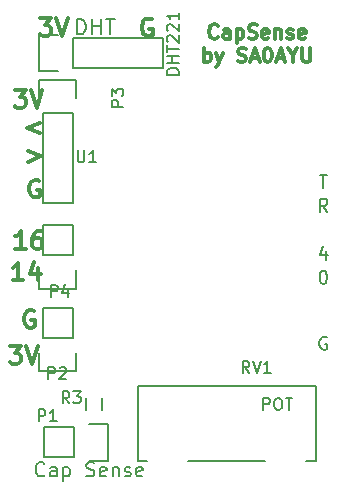
<source format=gbr>
G04 #@! TF.FileFunction,Legend,Top*
%FSLAX46Y46*%
G04 Gerber Fmt 4.6, Leading zero omitted, Abs format (unit mm)*
G04 Created by KiCad (PCBNEW 4.0.2-4+6225~38~ubuntu14.04.1-stable) date Thu 31 Mar 2016 02:11:22 CEST*
%MOMM*%
G01*
G04 APERTURE LIST*
%ADD10C,0.100000*%
%ADD11C,0.200000*%
%ADD12C,0.300000*%
%ADD13C,0.150000*%
G04 APERTURE END LIST*
D10*
D11*
X83092095Y-67903000D02*
X82987333Y-67850619D01*
X82830190Y-67850619D01*
X82673048Y-67903000D01*
X82568286Y-68007762D01*
X82515905Y-68112524D01*
X82463524Y-68322048D01*
X82463524Y-68479190D01*
X82515905Y-68688714D01*
X82568286Y-68793476D01*
X82673048Y-68898238D01*
X82830190Y-68950619D01*
X82934952Y-68950619D01*
X83092095Y-68898238D01*
X83144476Y-68845857D01*
X83144476Y-68479190D01*
X82934952Y-68479190D01*
X82751620Y-62262619D02*
X82856381Y-62262619D01*
X82961143Y-62315000D01*
X83013524Y-62367381D01*
X83065905Y-62472143D01*
X83118286Y-62681667D01*
X83118286Y-62943571D01*
X83065905Y-63153095D01*
X83013524Y-63257857D01*
X82961143Y-63310238D01*
X82856381Y-63362619D01*
X82751620Y-63362619D01*
X82646858Y-63310238D01*
X82594477Y-63257857D01*
X82542096Y-63153095D01*
X82489715Y-62943571D01*
X82489715Y-62681667D01*
X82542096Y-62472143D01*
X82594477Y-62367381D01*
X82646858Y-62315000D01*
X82751620Y-62262619D01*
X83013524Y-60597286D02*
X83013524Y-61330619D01*
X82751620Y-60178238D02*
X82489715Y-60963952D01*
X83170667Y-60963952D01*
X83144476Y-57266619D02*
X82777810Y-56742810D01*
X82515905Y-57266619D02*
X82515905Y-56166619D01*
X82934952Y-56166619D01*
X83039714Y-56219000D01*
X83092095Y-56271381D01*
X83144476Y-56376143D01*
X83144476Y-56533286D01*
X83092095Y-56638048D01*
X83039714Y-56690429D01*
X82934952Y-56742810D01*
X82515905Y-56742810D01*
X82489715Y-54134619D02*
X83118286Y-54134619D01*
X82804001Y-55234619D02*
X82804001Y-54134619D01*
D12*
X73873144Y-42491571D02*
X73816001Y-42548714D01*
X73644572Y-42605857D01*
X73530286Y-42605857D01*
X73358858Y-42548714D01*
X73244572Y-42434429D01*
X73187429Y-42320143D01*
X73130286Y-42091571D01*
X73130286Y-41920143D01*
X73187429Y-41691571D01*
X73244572Y-41577286D01*
X73358858Y-41463000D01*
X73530286Y-41405857D01*
X73644572Y-41405857D01*
X73816001Y-41463000D01*
X73873144Y-41520143D01*
X74901715Y-42605857D02*
X74901715Y-41977286D01*
X74844572Y-41863000D01*
X74730286Y-41805857D01*
X74501715Y-41805857D01*
X74387429Y-41863000D01*
X74901715Y-42548714D02*
X74787429Y-42605857D01*
X74501715Y-42605857D01*
X74387429Y-42548714D01*
X74330286Y-42434429D01*
X74330286Y-42320143D01*
X74387429Y-42205857D01*
X74501715Y-42148714D01*
X74787429Y-42148714D01*
X74901715Y-42091571D01*
X75473143Y-41805857D02*
X75473143Y-43005857D01*
X75473143Y-41863000D02*
X75587429Y-41805857D01*
X75816000Y-41805857D01*
X75930286Y-41863000D01*
X75987429Y-41920143D01*
X76044572Y-42034429D01*
X76044572Y-42377286D01*
X75987429Y-42491571D01*
X75930286Y-42548714D01*
X75816000Y-42605857D01*
X75587429Y-42605857D01*
X75473143Y-42548714D01*
X76501714Y-42548714D02*
X76673143Y-42605857D01*
X76958857Y-42605857D01*
X77073143Y-42548714D01*
X77130286Y-42491571D01*
X77187429Y-42377286D01*
X77187429Y-42263000D01*
X77130286Y-42148714D01*
X77073143Y-42091571D01*
X76958857Y-42034429D01*
X76730286Y-41977286D01*
X76616000Y-41920143D01*
X76558857Y-41863000D01*
X76501714Y-41748714D01*
X76501714Y-41634429D01*
X76558857Y-41520143D01*
X76616000Y-41463000D01*
X76730286Y-41405857D01*
X77016000Y-41405857D01*
X77187429Y-41463000D01*
X78158857Y-42548714D02*
X78044571Y-42605857D01*
X77816000Y-42605857D01*
X77701714Y-42548714D01*
X77644571Y-42434429D01*
X77644571Y-41977286D01*
X77701714Y-41863000D01*
X77816000Y-41805857D01*
X78044571Y-41805857D01*
X78158857Y-41863000D01*
X78216000Y-41977286D01*
X78216000Y-42091571D01*
X77644571Y-42205857D01*
X78730285Y-41805857D02*
X78730285Y-42605857D01*
X78730285Y-41920143D02*
X78787428Y-41863000D01*
X78901714Y-41805857D01*
X79073142Y-41805857D01*
X79187428Y-41863000D01*
X79244571Y-41977286D01*
X79244571Y-42605857D01*
X79758856Y-42548714D02*
X79873142Y-42605857D01*
X80101714Y-42605857D01*
X80215999Y-42548714D01*
X80273142Y-42434429D01*
X80273142Y-42377286D01*
X80215999Y-42263000D01*
X80101714Y-42205857D01*
X79930285Y-42205857D01*
X79815999Y-42148714D01*
X79758856Y-42034429D01*
X79758856Y-41977286D01*
X79815999Y-41863000D01*
X79930285Y-41805857D01*
X80101714Y-41805857D01*
X80215999Y-41863000D01*
X81244571Y-42548714D02*
X81130285Y-42605857D01*
X80901714Y-42605857D01*
X80787428Y-42548714D01*
X80730285Y-42434429D01*
X80730285Y-41977286D01*
X80787428Y-41863000D01*
X80901714Y-41805857D01*
X81130285Y-41805857D01*
X81244571Y-41863000D01*
X81301714Y-41977286D01*
X81301714Y-42091571D01*
X80730285Y-42205857D01*
X72730286Y-44585857D02*
X72730286Y-43385857D01*
X72730286Y-43843000D02*
X72844572Y-43785857D01*
X73073143Y-43785857D01*
X73187429Y-43843000D01*
X73244572Y-43900143D01*
X73301715Y-44014429D01*
X73301715Y-44357286D01*
X73244572Y-44471571D01*
X73187429Y-44528714D01*
X73073143Y-44585857D01*
X72844572Y-44585857D01*
X72730286Y-44528714D01*
X73701715Y-43785857D02*
X73987429Y-44585857D01*
X74273143Y-43785857D02*
X73987429Y-44585857D01*
X73873143Y-44871571D01*
X73816000Y-44928714D01*
X73701715Y-44985857D01*
X75587429Y-44528714D02*
X75758858Y-44585857D01*
X76044572Y-44585857D01*
X76158858Y-44528714D01*
X76216001Y-44471571D01*
X76273144Y-44357286D01*
X76273144Y-44243000D01*
X76216001Y-44128714D01*
X76158858Y-44071571D01*
X76044572Y-44014429D01*
X75816001Y-43957286D01*
X75701715Y-43900143D01*
X75644572Y-43843000D01*
X75587429Y-43728714D01*
X75587429Y-43614429D01*
X75644572Y-43500143D01*
X75701715Y-43443000D01*
X75816001Y-43385857D01*
X76101715Y-43385857D01*
X76273144Y-43443000D01*
X76730286Y-44243000D02*
X77301715Y-44243000D01*
X76616001Y-44585857D02*
X77016001Y-43385857D01*
X77416001Y-44585857D01*
X78044572Y-43385857D02*
X78158857Y-43385857D01*
X78273143Y-43443000D01*
X78330286Y-43500143D01*
X78387429Y-43614429D01*
X78444572Y-43843000D01*
X78444572Y-44128714D01*
X78387429Y-44357286D01*
X78330286Y-44471571D01*
X78273143Y-44528714D01*
X78158857Y-44585857D01*
X78044572Y-44585857D01*
X77930286Y-44528714D01*
X77873143Y-44471571D01*
X77816000Y-44357286D01*
X77758857Y-44128714D01*
X77758857Y-43843000D01*
X77816000Y-43614429D01*
X77873143Y-43500143D01*
X77930286Y-43443000D01*
X78044572Y-43385857D01*
X78901714Y-44243000D02*
X79473143Y-44243000D01*
X78787429Y-44585857D02*
X79187429Y-43385857D01*
X79587429Y-44585857D01*
X80216000Y-44014429D02*
X80216000Y-44585857D01*
X79816000Y-43385857D02*
X80216000Y-44014429D01*
X80616000Y-43385857D01*
X81015999Y-43385857D02*
X81015999Y-44357286D01*
X81073142Y-44471571D01*
X81130285Y-44528714D01*
X81244571Y-44585857D01*
X81473142Y-44585857D01*
X81587428Y-44528714D01*
X81644571Y-44471571D01*
X81701714Y-44357286D01*
X81701714Y-43385857D01*
D11*
X59192001Y-79549571D02*
X59134858Y-79606714D01*
X58963429Y-79663857D01*
X58849143Y-79663857D01*
X58677715Y-79606714D01*
X58563429Y-79492429D01*
X58506286Y-79378143D01*
X58449143Y-79149571D01*
X58449143Y-78978143D01*
X58506286Y-78749571D01*
X58563429Y-78635286D01*
X58677715Y-78521000D01*
X58849143Y-78463857D01*
X58963429Y-78463857D01*
X59134858Y-78521000D01*
X59192001Y-78578143D01*
X60220572Y-79663857D02*
X60220572Y-79035286D01*
X60163429Y-78921000D01*
X60049143Y-78863857D01*
X59820572Y-78863857D01*
X59706286Y-78921000D01*
X60220572Y-79606714D02*
X60106286Y-79663857D01*
X59820572Y-79663857D01*
X59706286Y-79606714D01*
X59649143Y-79492429D01*
X59649143Y-79378143D01*
X59706286Y-79263857D01*
X59820572Y-79206714D01*
X60106286Y-79206714D01*
X60220572Y-79149571D01*
X60792000Y-78863857D02*
X60792000Y-80063857D01*
X60792000Y-78921000D02*
X60906286Y-78863857D01*
X61134857Y-78863857D01*
X61249143Y-78921000D01*
X61306286Y-78978143D01*
X61363429Y-79092429D01*
X61363429Y-79435286D01*
X61306286Y-79549571D01*
X61249143Y-79606714D01*
X61134857Y-79663857D01*
X60906286Y-79663857D01*
X60792000Y-79606714D01*
X62734857Y-79606714D02*
X62906286Y-79663857D01*
X63192000Y-79663857D01*
X63306286Y-79606714D01*
X63363429Y-79549571D01*
X63420572Y-79435286D01*
X63420572Y-79321000D01*
X63363429Y-79206714D01*
X63306286Y-79149571D01*
X63192000Y-79092429D01*
X62963429Y-79035286D01*
X62849143Y-78978143D01*
X62792000Y-78921000D01*
X62734857Y-78806714D01*
X62734857Y-78692429D01*
X62792000Y-78578143D01*
X62849143Y-78521000D01*
X62963429Y-78463857D01*
X63249143Y-78463857D01*
X63420572Y-78521000D01*
X64392000Y-79606714D02*
X64277714Y-79663857D01*
X64049143Y-79663857D01*
X63934857Y-79606714D01*
X63877714Y-79492429D01*
X63877714Y-79035286D01*
X63934857Y-78921000D01*
X64049143Y-78863857D01*
X64277714Y-78863857D01*
X64392000Y-78921000D01*
X64449143Y-79035286D01*
X64449143Y-79149571D01*
X63877714Y-79263857D01*
X64963428Y-78863857D02*
X64963428Y-79663857D01*
X64963428Y-78978143D02*
X65020571Y-78921000D01*
X65134857Y-78863857D01*
X65306285Y-78863857D01*
X65420571Y-78921000D01*
X65477714Y-79035286D01*
X65477714Y-79663857D01*
X65991999Y-79606714D02*
X66106285Y-79663857D01*
X66334857Y-79663857D01*
X66449142Y-79606714D01*
X66506285Y-79492429D01*
X66506285Y-79435286D01*
X66449142Y-79321000D01*
X66334857Y-79263857D01*
X66163428Y-79263857D01*
X66049142Y-79206714D01*
X65991999Y-79092429D01*
X65991999Y-79035286D01*
X66049142Y-78921000D01*
X66163428Y-78863857D01*
X66334857Y-78863857D01*
X66449142Y-78921000D01*
X67477714Y-79606714D02*
X67363428Y-79663857D01*
X67134857Y-79663857D01*
X67020571Y-79606714D01*
X66963428Y-79492429D01*
X66963428Y-79035286D01*
X67020571Y-78921000D01*
X67134857Y-78863857D01*
X67363428Y-78863857D01*
X67477714Y-78921000D01*
X67534857Y-79035286D01*
X67534857Y-79149571D01*
X66963428Y-79263857D01*
D12*
X58304857Y-65671000D02*
X58162000Y-65599571D01*
X57947714Y-65599571D01*
X57733429Y-65671000D01*
X57590571Y-65813857D01*
X57519143Y-65956714D01*
X57447714Y-66242429D01*
X57447714Y-66456714D01*
X57519143Y-66742429D01*
X57590571Y-66885286D01*
X57733429Y-67028143D01*
X57947714Y-67099571D01*
X58090571Y-67099571D01*
X58304857Y-67028143D01*
X58376286Y-66956714D01*
X58376286Y-66456714D01*
X58090571Y-66456714D01*
X56261144Y-68647571D02*
X57189715Y-68647571D01*
X56689715Y-69219000D01*
X56904001Y-69219000D01*
X57046858Y-69290429D01*
X57118287Y-69361857D01*
X57189715Y-69504714D01*
X57189715Y-69861857D01*
X57118287Y-70004714D01*
X57046858Y-70076143D01*
X56904001Y-70147571D01*
X56475429Y-70147571D01*
X56332572Y-70076143D01*
X56261144Y-70004714D01*
X57618286Y-68647571D02*
X58118286Y-70147571D01*
X58618286Y-68647571D01*
X57372286Y-63060971D02*
X56515143Y-63060971D01*
X56943715Y-63060971D02*
X56943715Y-61560971D01*
X56800858Y-61775257D01*
X56658000Y-61918114D01*
X56515143Y-61989543D01*
X58658000Y-62060971D02*
X58658000Y-63060971D01*
X58300857Y-61489543D02*
X57943714Y-62560971D01*
X58872286Y-62560971D01*
X57600886Y-60419371D02*
X56743743Y-60419371D01*
X57172315Y-60419371D02*
X57172315Y-58919371D01*
X57029458Y-59133657D01*
X56886600Y-59276514D01*
X56743743Y-59347943D01*
X58886600Y-58919371D02*
X58600886Y-58919371D01*
X58458029Y-58990800D01*
X58386600Y-59062229D01*
X58243743Y-59276514D01*
X58172314Y-59562229D01*
X58172314Y-60133657D01*
X58243743Y-60276514D01*
X58315171Y-60347943D01*
X58458029Y-60419371D01*
X58743743Y-60419371D01*
X58886600Y-60347943D01*
X58958029Y-60276514D01*
X59029457Y-60133657D01*
X59029457Y-59776514D01*
X58958029Y-59633657D01*
X58886600Y-59562229D01*
X58743743Y-59490800D01*
X58458029Y-59490800D01*
X58315171Y-59562229D01*
X58243743Y-59633657D01*
X58172314Y-59776514D01*
X58762057Y-54622000D02*
X58619200Y-54550571D01*
X58404914Y-54550571D01*
X58190629Y-54622000D01*
X58047771Y-54764857D01*
X57976343Y-54907714D01*
X57904914Y-55193429D01*
X57904914Y-55407714D01*
X57976343Y-55693429D01*
X58047771Y-55836286D01*
X58190629Y-55979143D01*
X58404914Y-56050571D01*
X58547771Y-56050571D01*
X58762057Y-55979143D01*
X58833486Y-55907714D01*
X58833486Y-55407714D01*
X58547771Y-55407714D01*
X57772372Y-52154971D02*
X58915229Y-52583543D01*
X57772372Y-53012114D01*
X58839029Y-49767371D02*
X57696172Y-50195943D01*
X58839029Y-50624514D01*
X56667544Y-46955971D02*
X57596115Y-46955971D01*
X57096115Y-47527400D01*
X57310401Y-47527400D01*
X57453258Y-47598829D01*
X57524687Y-47670257D01*
X57596115Y-47813114D01*
X57596115Y-48170257D01*
X57524687Y-48313114D01*
X57453258Y-48384543D01*
X57310401Y-48455971D01*
X56881829Y-48455971D01*
X56738972Y-48384543D01*
X56667544Y-48313114D01*
X58024686Y-46955971D02*
X58524686Y-48455971D01*
X59024686Y-46955971D01*
X58826544Y-40885371D02*
X59755115Y-40885371D01*
X59255115Y-41456800D01*
X59469401Y-41456800D01*
X59612258Y-41528229D01*
X59683687Y-41599657D01*
X59755115Y-41742514D01*
X59755115Y-42099657D01*
X59683687Y-42242514D01*
X59612258Y-42313943D01*
X59469401Y-42385371D01*
X59040829Y-42385371D01*
X58897972Y-42313943D01*
X58826544Y-42242514D01*
X60183686Y-40885371D02*
X60683686Y-42385371D01*
X61183686Y-40885371D01*
X68287057Y-40982200D02*
X68144200Y-40910771D01*
X67929914Y-40910771D01*
X67715629Y-40982200D01*
X67572771Y-41125057D01*
X67501343Y-41267914D01*
X67429914Y-41553629D01*
X67429914Y-41767914D01*
X67501343Y-42053629D01*
X67572771Y-42196486D01*
X67715629Y-42339343D01*
X67929914Y-42410771D01*
X68072771Y-42410771D01*
X68287057Y-42339343D01*
X68358486Y-42267914D01*
X68358486Y-41767914D01*
X68072771Y-41767914D01*
D11*
X61932534Y-42244095D02*
X61932534Y-40944095D01*
X62242058Y-40944095D01*
X62427772Y-41006000D01*
X62551581Y-41129810D01*
X62613486Y-41253619D01*
X62675391Y-41501238D01*
X62675391Y-41686952D01*
X62613486Y-41934571D01*
X62551581Y-42058381D01*
X62427772Y-42182190D01*
X62242058Y-42244095D01*
X61932534Y-42244095D01*
X63232534Y-42244095D02*
X63232534Y-40944095D01*
X63232534Y-41563143D02*
X63975391Y-41563143D01*
X63975391Y-42244095D02*
X63975391Y-40944095D01*
X64408725Y-40944095D02*
X65151582Y-40944095D01*
X64780153Y-42244095D02*
X64780153Y-40944095D01*
D13*
X61595000Y-45085000D02*
X69215000Y-45085000D01*
X61595000Y-42545000D02*
X69215000Y-42545000D01*
X58775000Y-42265000D02*
X60325000Y-42265000D01*
X69215000Y-45085000D02*
X69215000Y-42545000D01*
X61595000Y-42545000D02*
X61595000Y-45085000D01*
X60325000Y-45365000D02*
X58775000Y-45365000D01*
X58775000Y-45365000D02*
X58775000Y-42265000D01*
X64542000Y-75234200D02*
X62992000Y-75234200D01*
X59182000Y-75514200D02*
X61722000Y-75514200D01*
X61722000Y-75514200D02*
X61722000Y-78054200D01*
X62992000Y-78334200D02*
X64542000Y-78334200D01*
X64542000Y-78334200D02*
X64542000Y-75234200D01*
X61722000Y-78054200D02*
X59182000Y-78054200D01*
X59182000Y-78054200D02*
X59182000Y-75514200D01*
X61875000Y-70765000D02*
X61875000Y-69215000D01*
X61595000Y-65405000D02*
X61595000Y-67945000D01*
X61595000Y-67945000D02*
X59055000Y-67945000D01*
X58775000Y-69215000D02*
X58775000Y-70765000D01*
X58775000Y-70765000D02*
X61875000Y-70765000D01*
X59055000Y-67945000D02*
X59055000Y-65405000D01*
X59055000Y-65405000D02*
X61595000Y-65405000D01*
X61595000Y-48895000D02*
X61595000Y-56515000D01*
X59055000Y-48895000D02*
X59055000Y-56515000D01*
X58775000Y-46075000D02*
X58775000Y-47625000D01*
X61595000Y-56515000D02*
X59055000Y-56515000D01*
X59055000Y-48895000D02*
X61595000Y-48895000D01*
X61875000Y-47625000D02*
X61875000Y-46075000D01*
X61875000Y-46075000D02*
X58775000Y-46075000D01*
X61875000Y-63780000D02*
X61875000Y-62230000D01*
X61595000Y-58420000D02*
X61595000Y-60960000D01*
X61595000Y-60960000D02*
X59055000Y-60960000D01*
X58775000Y-62230000D02*
X58775000Y-63780000D01*
X58775000Y-63780000D02*
X61875000Y-63780000D01*
X59055000Y-60960000D02*
X59055000Y-58420000D01*
X59055000Y-58420000D02*
X61595000Y-58420000D01*
X62723400Y-74058400D02*
X62723400Y-73058400D01*
X64073400Y-73058400D02*
X64073400Y-74058400D01*
X71346060Y-78328520D02*
X77848460Y-78328520D01*
X81346040Y-78328520D02*
X82097880Y-78328520D01*
X67096640Y-78328520D02*
X67848480Y-78328520D01*
X82148680Y-78328520D02*
X82148680Y-72029320D01*
X82146140Y-72029320D02*
X67144900Y-72029320D01*
X67096640Y-72029320D02*
X67096640Y-78328520D01*
X62008095Y-52062381D02*
X62008095Y-52871905D01*
X62055714Y-52967143D01*
X62103333Y-53014762D01*
X62198571Y-53062381D01*
X62389048Y-53062381D01*
X62484286Y-53014762D01*
X62531905Y-52967143D01*
X62579524Y-52871905D01*
X62579524Y-52062381D01*
X63579524Y-53062381D02*
X63008095Y-53062381D01*
X63293809Y-53062381D02*
X63293809Y-52062381D01*
X63198571Y-52205238D01*
X63103333Y-52300476D01*
X63008095Y-52348095D01*
X70556381Y-45648238D02*
X69556381Y-45648238D01*
X69556381Y-45410143D01*
X69604000Y-45267285D01*
X69699238Y-45172047D01*
X69794476Y-45124428D01*
X69984952Y-45076809D01*
X70127810Y-45076809D01*
X70318286Y-45124428D01*
X70413524Y-45172047D01*
X70508762Y-45267285D01*
X70556381Y-45410143D01*
X70556381Y-45648238D01*
X70556381Y-44648238D02*
X69556381Y-44648238D01*
X70032571Y-44648238D02*
X70032571Y-44076809D01*
X70556381Y-44076809D02*
X69556381Y-44076809D01*
X69556381Y-43743476D02*
X69556381Y-43172047D01*
X70556381Y-43457762D02*
X69556381Y-43457762D01*
X69651619Y-42886333D02*
X69604000Y-42838714D01*
X69556381Y-42743476D01*
X69556381Y-42505380D01*
X69604000Y-42410142D01*
X69651619Y-42362523D01*
X69746857Y-42314904D01*
X69842095Y-42314904D01*
X69984952Y-42362523D01*
X70556381Y-42933952D01*
X70556381Y-42314904D01*
X69651619Y-41933952D02*
X69604000Y-41886333D01*
X69556381Y-41791095D01*
X69556381Y-41552999D01*
X69604000Y-41457761D01*
X69651619Y-41410142D01*
X69746857Y-41362523D01*
X69842095Y-41362523D01*
X69984952Y-41410142D01*
X70556381Y-41981571D01*
X70556381Y-41362523D01*
X70556381Y-40410142D02*
X70556381Y-40981571D01*
X70556381Y-40695857D02*
X69556381Y-40695857D01*
X69699238Y-40791095D01*
X69794476Y-40886333D01*
X69842095Y-40981571D01*
X58697905Y-75001381D02*
X58697905Y-74001381D01*
X59078858Y-74001381D01*
X59174096Y-74049000D01*
X59221715Y-74096619D01*
X59269334Y-74191857D01*
X59269334Y-74334714D01*
X59221715Y-74429952D01*
X59174096Y-74477571D01*
X59078858Y-74525190D01*
X58697905Y-74525190D01*
X60221715Y-75001381D02*
X59650286Y-75001381D01*
X59936000Y-75001381D02*
X59936000Y-74001381D01*
X59840762Y-74144238D01*
X59745524Y-74239476D01*
X59650286Y-74287095D01*
X59536105Y-71419981D02*
X59536105Y-70419981D01*
X59917058Y-70419981D01*
X60012296Y-70467600D01*
X60059915Y-70515219D01*
X60107534Y-70610457D01*
X60107534Y-70753314D01*
X60059915Y-70848552D01*
X60012296Y-70896171D01*
X59917058Y-70943790D01*
X59536105Y-70943790D01*
X60488486Y-70515219D02*
X60536105Y-70467600D01*
X60631343Y-70419981D01*
X60869439Y-70419981D01*
X60964677Y-70467600D01*
X61012296Y-70515219D01*
X61059915Y-70610457D01*
X61059915Y-70705695D01*
X61012296Y-70848552D01*
X60440867Y-71419981D01*
X61059915Y-71419981D01*
X65877381Y-48363095D02*
X64877381Y-48363095D01*
X64877381Y-47982142D01*
X64925000Y-47886904D01*
X64972619Y-47839285D01*
X65067857Y-47791666D01*
X65210714Y-47791666D01*
X65305952Y-47839285D01*
X65353571Y-47886904D01*
X65401190Y-47982142D01*
X65401190Y-48363095D01*
X64877381Y-47458333D02*
X64877381Y-46839285D01*
X65258333Y-47172619D01*
X65258333Y-47029761D01*
X65305952Y-46934523D01*
X65353571Y-46886904D01*
X65448810Y-46839285D01*
X65686905Y-46839285D01*
X65782143Y-46886904D01*
X65829762Y-46934523D01*
X65877381Y-47029761D01*
X65877381Y-47315476D01*
X65829762Y-47410714D01*
X65782143Y-47458333D01*
X59739305Y-64460381D02*
X59739305Y-63460381D01*
X60120258Y-63460381D01*
X60215496Y-63508000D01*
X60263115Y-63555619D01*
X60310734Y-63650857D01*
X60310734Y-63793714D01*
X60263115Y-63888952D01*
X60215496Y-63936571D01*
X60120258Y-63984190D01*
X59739305Y-63984190D01*
X61167877Y-63793714D02*
X61167877Y-64460381D01*
X60929781Y-63412762D02*
X60691686Y-64127048D01*
X61310734Y-64127048D01*
X61301334Y-73477381D02*
X60968000Y-73001190D01*
X60729905Y-73477381D02*
X60729905Y-72477381D01*
X61110858Y-72477381D01*
X61206096Y-72525000D01*
X61253715Y-72572619D01*
X61301334Y-72667857D01*
X61301334Y-72810714D01*
X61253715Y-72905952D01*
X61206096Y-72953571D01*
X61110858Y-73001190D01*
X60729905Y-73001190D01*
X61634667Y-72477381D02*
X62253715Y-72477381D01*
X61920381Y-72858333D01*
X62063239Y-72858333D01*
X62158477Y-72905952D01*
X62206096Y-72953571D01*
X62253715Y-73048810D01*
X62253715Y-73286905D01*
X62206096Y-73382143D01*
X62158477Y-73429762D01*
X62063239Y-73477381D01*
X61777524Y-73477381D01*
X61682286Y-73429762D01*
X61634667Y-73382143D01*
X76542022Y-70901821D02*
X76208688Y-70425630D01*
X75970593Y-70901821D02*
X75970593Y-69901821D01*
X76351546Y-69901821D01*
X76446784Y-69949440D01*
X76494403Y-69997059D01*
X76542022Y-70092297D01*
X76542022Y-70235154D01*
X76494403Y-70330392D01*
X76446784Y-70378011D01*
X76351546Y-70425630D01*
X75970593Y-70425630D01*
X76827736Y-69901821D02*
X77161069Y-70901821D01*
X77494403Y-69901821D01*
X78351546Y-70901821D02*
X77780117Y-70901821D01*
X78065831Y-70901821D02*
X78065831Y-69901821D01*
X77970593Y-70044678D01*
X77875355Y-70139916D01*
X77780117Y-70187535D01*
X77700333Y-74036181D02*
X77700333Y-73036181D01*
X78081286Y-73036181D01*
X78176524Y-73083800D01*
X78224143Y-73131419D01*
X78271762Y-73226657D01*
X78271762Y-73369514D01*
X78224143Y-73464752D01*
X78176524Y-73512371D01*
X78081286Y-73559990D01*
X77700333Y-73559990D01*
X78890809Y-73036181D02*
X79081286Y-73036181D01*
X79176524Y-73083800D01*
X79271762Y-73179038D01*
X79319381Y-73369514D01*
X79319381Y-73702848D01*
X79271762Y-73893324D01*
X79176524Y-73988562D01*
X79081286Y-74036181D01*
X78890809Y-74036181D01*
X78795571Y-73988562D01*
X78700333Y-73893324D01*
X78652714Y-73702848D01*
X78652714Y-73369514D01*
X78700333Y-73179038D01*
X78795571Y-73083800D01*
X78890809Y-73036181D01*
X79605095Y-73036181D02*
X80176524Y-73036181D01*
X79890809Y-74036181D02*
X79890809Y-73036181D01*
M02*

</source>
